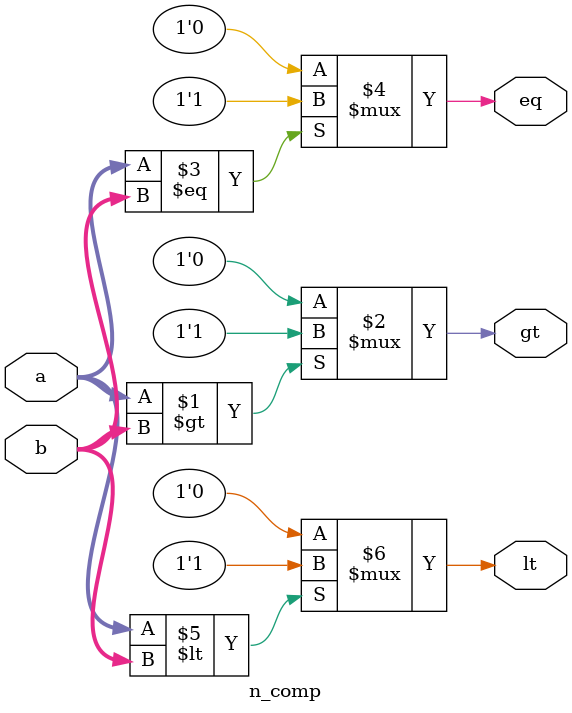
<source format=v>
module n_comp (
    input wire [3:0] a,    // 첫 번째 4비트 입력
    input wire [3:0] b,    // 두 번째 4비트 입력
    output wire gt,        // a > b 신호
    output wire eq,        // a == b 신호
    output wire lt         // a < b 신호
);

    // 비교 연산 수행
    assign gt = (a > b) ? 1'b1 : 1'b0;  // a가 b보다 크면 gt = 1
    assign eq = (a == b) ? 1'b1 : 1'b0; // a와 b가 같으면 eq = 1
    assign lt = (a < b) ? 1'b1 : 1'b0;  // a가 b보다 작으면 lt = 1

endmodule

</source>
